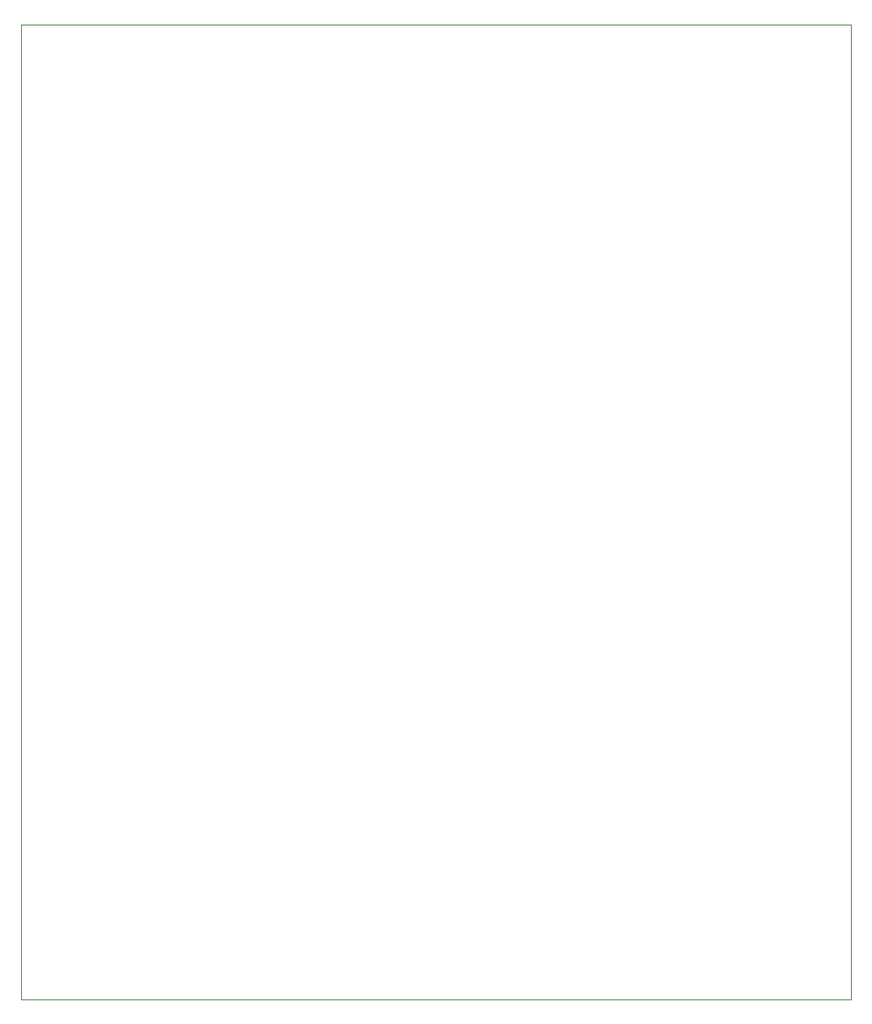
<source format=gbr>
%TF.GenerationSoftware,KiCad,Pcbnew,(6.0.1)*%
%TF.CreationDate,2022-02-02T16:30:56+01:00*%
%TF.ProjectId,modules_board,6d6f6475-6c65-4735-9f62-6f6172642e6b,rev?*%
%TF.SameCoordinates,Original*%
%TF.FileFunction,Profile,NP*%
%FSLAX46Y46*%
G04 Gerber Fmt 4.6, Leading zero omitted, Abs format (unit mm)*
G04 Created by KiCad (PCBNEW (6.0.1)) date 2022-02-02 16:30:56*
%MOMM*%
%LPD*%
G01*
G04 APERTURE LIST*
%TA.AperFunction,Profile*%
%ADD10C,0.050000*%
%TD*%
G04 APERTURE END LIST*
D10*
X137160000Y-137160000D02*
X57150000Y-137160000D01*
X57150000Y-43180000D02*
X137160000Y-43180000D01*
X137160000Y-43180000D02*
X137160000Y-137160000D01*
X57150000Y-43180000D02*
X57150000Y-137160000D01*
M02*

</source>
